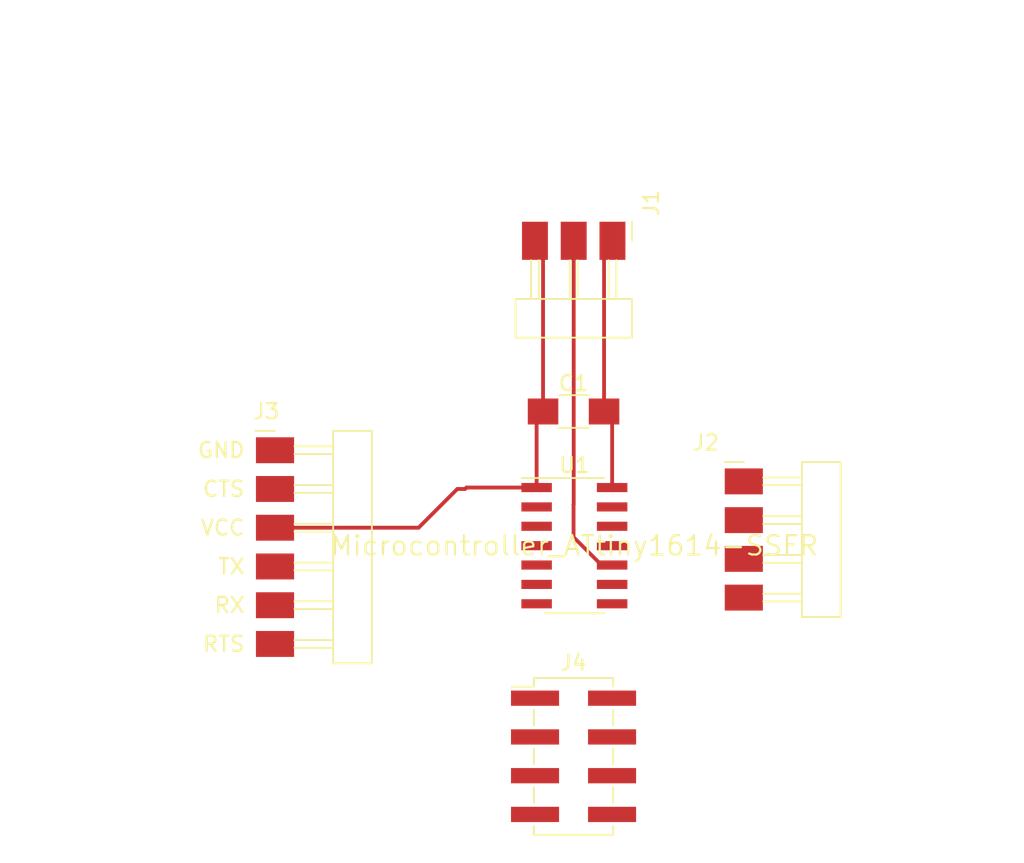
<source format=kicad_pcb>
(kicad_pcb (version 20211014) (generator pcbnew)
  (layers (0 "F.Cu" signal) (31 "B.Cu" signal) (34 "B.Paste" user) (35 "F.Paste" user) (36 "B.SilkS" user "B.Silkscreen") (37 "F.SilkS" user "F.Silkscreen") (38 "B.Mask" user) (39 "F.Mask" user) (44 "Edge.Cuts" user))
  (net 0 "")
  (net 1 "Net-(J2-Pad3)")
  (net 2 "Net-(J2-Pad4)")
  (net 4 "Net-(J3-Pad4)")
  (net 5 "Net-(J3-Pad5)")
  (net 7 "Net-(J4-Pad3)")
  (net 8 "Net-(J4-Pad4)")
  (net 9 "Net-(J4-Pad5)")
  (net 10 "Net-(J4-Pad6)")
  (net 11 "Net-(J4-Pad7)")
  (net 15 "Net-(J1-Pad2)")
  (net 16 "Net-(J1-Pad3)")
  (net 17 "Net-(C1-Pad2)")
  (footprint "fab:SOIC-14_3.9x8.7mm_P1.27mm" (layer "F.Cu") (at 150.676 90.838)
    (fp_text reference "U1" (at 0 -5.28) (layer "F.SilkS"))
    (fp_text value "Microcontroller_ATtiny1614-SSFR" (at 0 0) (layer "F.SilkS") (effects (font (size 1.27 1.27))))
    (fp_line (start 0 4.435) (end 1.95 4.435) (layer "F.SilkS") (width 0.12))
    (fp_line (start 0 -4.435) (end -3.45 -4.435) (layer "F.SilkS") (width 0.12))
    (fp_line (start 0 -4.435) (end 1.95 -4.435) (layer "F.SilkS") (width 0.12))
    (fp_line (start 0 4.435) (end -1.95 4.435) (layer "F.SilkS") (width 0.12))
    (pad "1" smd rect (at -2.475 -3.81) (size 2 0.6) (layers "F.Cu" "F.Paste" "F.Mask") (net 16 "Net-(J1-Pad3)"))
    (pad "2" smd rect (at -2.475 -2.54) (size 2 0.6) (layers "F.Cu" "F.Paste" "F.Mask") (net 7 "Net-(J4-Pad3)"))
    (pad "3" smd rect (at -2.475 -1.27) (size 2 0.6) (layers "F.Cu" "F.Paste" "F.Mask") (net 8 "Net-(J4-Pad4)"))
    (pad "4" smd rect (at -2.475 0) (size 2 0.6) (layers "F.Cu" "F.Paste" "F.Mask"))
    (pad "5" smd rect (at -2.475 1.27) (size 2 0.6) (layers "F.Cu" "F.Paste" "F.Mask"))
    (pad "6" smd rect (at -2.475 2.54) (size 2 0.6) (layers "F.Cu" "F.Paste" "F.Mask") (net 5 "Net-(J3-Pad5)"))
    (pad "7" smd rect (at -2.475 3.81) (size 2 0.6) (layers "F.Cu" "F.Paste" "F.Mask") (net 4 "Net-(J3-Pad4)"))
    (pad "8" smd rect (at 2.475 3.81) (size 2 0.6) (layers "F.Cu" "F.Paste" "F.Mask") (net 2 "Net-(J2-Pad4)"))
    (pad "9" smd rect (at 2.475 2.54) (size 2 0.6) (layers "F.Cu" "F.Paste" "F.Mask") (net 1 "Net-(J2-Pad3)"))
    (pad "10" smd rect (at 2.475 1.27) (size 2 0.6) (layers "F.Cu" "F.Paste" "F.Mask") (net 15 "Net-(J1-Pad2)"))
    (pad "11" smd rect (at 2.475 0) (size 2 0.6) (layers "F.Cu" "F.Paste" "F.Mask") (net 10 "Net-(J4-Pad6)"))
    (pad "12" smd rect (at 2.475 -1.27) (size 2 0.6) (layers "F.Cu" "F.Paste" "F.Mask") (net 11 "Net-(J4-Pad7)"))
    (pad "13" smd rect (at 2.475 -2.54) (size 2 0.6) (layers "F.Cu" "F.Paste" "F.Mask") (net 9 "Net-(J4-Pad5)"))
    (pad "14" smd rect (at 2.475 -3.81) (size 2 0.6) (layers "F.Cu" "F.Paste" "F.Mask") (net 17 "Net-(C1-Pad2)"))
  )
  (footprint "fab:PinHeader_FTDI_01x06_P2.54mm_Horizontal_SMD" (layer "F.Cu") (at 131.05 84.582)
    (fp_text reference "J3" (at -1.524 -2.54 180) (layer "F.SilkS") (effects (justify left)))
    (fp_text value "Conn_PinHeader_FTDI_1x06_P2.54mm_Horizontal_SMD")
    (fp_text user "RX" (at -1.905 10.16) (layer "F.SilkS") (effects (justify right)))
    (fp_text user "CTS" (at -1.905 2.54) (layer "F.SilkS") (effects (justify right)))
    (fp_text user "TX" (at -1.905 7.62) (layer "F.SilkS") (effects (justify right)))
    (fp_text user "VCC" (at -1.905 5.08) (layer "F.SilkS") (effects (justify right)))
    (fp_text user "RTS" (at -1.905 12.7) (layer "F.SilkS") (effects (justify right)))
    (fp_text user "GND" (at -1.905 0) (layer "F.SilkS") (effects (justify right)))
    (fp_line (start 3.81 0.254) (end 1.27 0.254) (layer "F.SilkS") (width 0.12))
    (fp_line (start -1.27 -1.27) (end 0 -1.27) (layer "F.SilkS") (width 0.12))
    (fp_line (start 6.35 13.97) (end 3.81 13.97) (layer "F.SilkS") (width 0.12))
    (fp_line (start 3.81 4.826) (end 1.27 4.826) (layer "F.SilkS") (width 0.12))
    (fp_line (start 6.35 -1.27) (end 6.35 13.97) (layer "F.SilkS") (width 0.12))
    (fp_line (start 3.81 2.794) (end 1.27 2.794) (layer "F.SilkS") (width 0.12))
    (fp_line (start 3.81 -1.27) (end 6.35 -1.27) (layer "F.SilkS") (width 0.12))
    (fp_line (start 3.81 7.366) (end 1.27 7.366) (layer "F.SilkS") (width 0.12))
    (fp_line (start 3.81 2.286) (end 1.27 2.286) (layer "F.SilkS") (width 0.12))
    (fp_line (start 3.81 -0.254) (end 1.27 -0.254) (layer "F.SilkS") (width 0.12))
    (fp_line (start 3.81 12.446) (end 1.27 12.446) (layer "F.SilkS") (width 0.12))
    (fp_line (start 3.81 5.334) (end 1.27 5.334) (layer "F.SilkS") (width 0.12))
    (fp_line (start 3.81 9.906) (end 1.27 9.906) (layer "F.SilkS") (width 0.12))
    (fp_line (start 3.81 10.414) (end 1.27 10.414) (layer "F.SilkS") (width 0.12))
    (fp_line (start 3.81 13.97) (end 3.81 -1.27) (layer "F.SilkS") (width 0.12))
    (fp_line (start 3.81 12.954) (end 1.27 12.954) (layer "F.SilkS") (width 0.12))
    (fp_line (start 3.81 7.874) (end 1.27 7.874) (layer "F.SilkS") (width 0.12))
    (pad "1" smd rect locked (at 0 0) (size 2.5 1.7) (layers "F.Cu" "F.Paste" "F.Mask") (net 17 "Net-(C1-Pad2)"))
    (pad "2" smd rect locked (at 0 2.54) (size 2.5 1.7) (layers "F.Cu" "F.Paste" "F.Mask"))
    (pad "3" smd rect locked (at 0 5.08) (size 2.5 1.7) (layers "F.Cu" "F.Paste" "F.Mask") (net 16 "Net-(J1-Pad3)"))
    (pad "4" smd rect locked (at 0 7.62) (size 2.5 1.7) (layers "F.Cu" "F.Paste" "F.Mask") (net 4 "Net-(J3-Pad4)"))
    (pad "5" smd rect locked (at 0 10.16) (size 2.5 1.7) (layers "F.Cu" "F.Paste" "F.Mask") (net 5 "Net-(J3-Pad5)"))
    (pad "6" smd rect locked (at 0 12.7) (size 2.5 1.7) (layers "F.Cu" "F.Paste" "F.Mask"))
  )
  (footprint "fab:C_1206" (layer "F.Cu") (at 150.622 82.042)
    (fp_text reference "C1" (at 0 -1.85) (layer "F.SilkS"))
    (fp_text value "C")
    (fp_line (start -1 -1.07) (end 1 -1.07) (layer "F.SilkS") (width 0.12))
    (fp_line (start 1 1.07) (end -1 1.07) (layer "F.SilkS") (width 0.12))
    (pad "1" smd rect locked (at -2 0) (size 2 1.7) (layers "F.Cu" "F.Paste" "F.Mask") (net 16 "Net-(J1-Pad3)"))
    (pad "2" smd rect locked (at 2 0) (size 2 1.7) (layers "F.Cu" "F.Paste" "F.Mask") (net 17 "Net-(C1-Pad2)"))
  )
  (footprint "fab:PinHeader_2x04_P2.54mm_Vertical_SMD" (layer "F.Cu") (at 150.622 104.648)
    (fp_text reference "J4" (at 0 -6.14) (layer "F.SilkS"))
    (fp_text value "Conn_PinHeader_2x04_P2.54mm_Vertical_SMD")
    (fp_line (start -2.6 -5.14) (end 2.6 -5.14) (layer "F.SilkS") (width 0.12))
    (fp_line (start 2.6 -0.51) (end 2.6 0.51) (layer "F.SilkS") (width 0.12))
    (fp_line (start -2.6 4.57) (end -2.6 5.14) (layer "F.SilkS") (width 0.12))
    (fp_line (start -2.6 -3.05) (end -2.6 -2.03) (layer "F.SilkS") (width 0.12))
    (fp_line (start 2.6 -5.14) (end 2.6 -4.57) (layer "F.SilkS") (width 0.12))
    (fp_line (start 2.6 2.03) (end 2.6 3.05) (layer "F.SilkS") (width 0.12))
    (fp_line (start -2.6 -5.14) (end -2.6 -4.57) (layer "F.SilkS") (width 0.12))
    (fp_line (start -4.04 -4.57) (end -2.6 -4.57) (layer "F.SilkS") (width 0.12))
    (fp_line (start -2.6 5.14) (end 2.6 5.14) (layer "F.SilkS") (width 0.12))
    (fp_line (start 2.6 -3.05) (end 2.6 -2.03) (layer "F.SilkS") (width 0.12))
    (fp_line (start -2.6 2.03) (end -2.6 3.05) (layer "F.SilkS") (width 0.12))
    (fp_line (start 2.6 4.57) (end 2.6 5.14) (layer "F.SilkS") (width 0.12))
    (fp_line (start -2.6 -0.51) (end -2.6 0.51) (layer "F.SilkS") (width 0.12))
    (pad "1" smd rect locked (at -2.525 -3.81) (size 3.15 1) (layers "F.Cu" "F.Paste" "F.Mask") (net 16 "Net-(J1-Pad3)"))
    (pad "2" smd rect locked (at 2.525 -3.81) (size 3.15 1) (layers "F.Cu" "F.Paste" "F.Mask") (net 17 "Net-(C1-Pad2)"))
    (pad "3" smd rect locked (at -2.525 -1.27) (size 3.15 1) (layers "F.Cu" "F.Paste" "F.Mask") (net 7 "Net-(J4-Pad3)"))
    (pad "4" smd rect locked (at 2.525 -1.27) (size 3.15 1) (layers "F.Cu" "F.Paste" "F.Mask") (net 8 "Net-(J4-Pad4)"))
    (pad "5" smd rect locked (at -2.525 1.27) (size 3.15 1) (layers "F.Cu" "F.Paste" "F.Mask") (net 9 "Net-(J4-Pad5)"))
    (pad "6" smd rect locked (at 2.525 1.27) (size 3.15 1) (layers "F.Cu" "F.Paste" "F.Mask") (net 10 "Net-(J4-Pad6)"))
    (pad "7" smd rect locked (at -2.525 3.81) (size 3.15 1) (layers "F.Cu" "F.Paste" "F.Mask") (net 11 "Net-(J4-Pad7)"))
    (pad "8" smd rect locked (at 2.525 3.81) (size 3.15 1) (layers "F.Cu" "F.Paste" "F.Mask"))
  )
  (footprint "fab:PinHeader_1x04_P2.54mm_Horizontal_SMD" (layer "F.Cu") (at 161.784 86.624)
    (fp_text reference "J2" (at -1.524 -2.54) (layer "F.SilkS") (effects (justify right)))
    (fp_text value "Conn_PinHeader_1x04_P2.54mm_Horizontal_SMD")
    (fp_line (start 3.81 0.254) (end 1.27 0.254) (layer "F.SilkS") (width 0.12))
    (fp_line (start -1.27 -1.27) (end 0 -1.27) (layer "F.SilkS") (width 0.12))
    (fp_line (start 3.81 -0.254) (end 1.27 -0.254) (layer "F.SilkS") (width 0.12))
    (fp_line (start 3.81 4.826) (end 1.27 4.826) (layer "F.SilkS") (width 0.12))
    (fp_line (start 3.81 7.874) (end 1.27 7.874) (layer "F.SilkS") (width 0.12))
    (fp_line (start 3.81 2.794) (end 1.27 2.794) (layer "F.SilkS") (width 0.12))
    (fp_line (start 6.35 -1.27) (end 6.35 8.89) (layer "F.SilkS") (width 0.12))
    (fp_line (start 3.81 2.286) (end 1.27 2.286) (layer "F.SilkS") (width 0.12))
    (fp_line (start 3.81 5.334) (end 1.27 5.334) (layer "F.SilkS") (width 0.12))
    (fp_line (start 3.81 -1.27) (end 6.35 -1.27) (layer "F.SilkS") (width 0.12))
    (fp_line (start 3.81 8.89) (end 3.81 -1.27) (layer "F.SilkS") (width 0.12))
    (fp_line (start 3.81 7.366) (end 1.27 7.366) (layer "F.SilkS") (width 0.12))
    (fp_line (start 6.35 8.89) (end 3.81 8.89) (layer "F.SilkS") (width 0.12))
    (pad "1" smd rect locked (at 0 0) (size 2.5 1.7) (layers "F.Cu" "F.Paste" "F.Mask") (net 17 "Net-(C1-Pad2)"))
    (pad "2" smd rect locked (at 0 2.54) (size 2.5 1.7) (layers "F.Cu" "F.Paste" "F.Mask") (net 16 "Net-(J1-Pad3)"))
    (pad "3" smd rect locked (at 0 5.08) (size 2.5 1.7) (layers "F.Cu" "F.Paste" "F.Mask") (net 1 "Net-(J2-Pad3)"))
    (pad "4" smd rect locked (at 0 7.62) (size 2.5 1.7) (layers "F.Cu" "F.Paste" "F.Mask") (net 2 "Net-(J2-Pad4)"))
  )
  (footprint "fab:PinHeader_1x03_P2.54mm_Horizontal_SMD" (layer "F.Cu") (at 153.172 70.852 -90)
    (fp_text reference "J1" (at -1.524 -2.54 90) (layer "F.SilkS") (effects (justify left)))
    (fp_text value "Conn_PinHeader_1x03_P2.54mm_Horizontal_SMD")
    (fp_line (start 3.81 2.286) (end 1.27 2.286) (layer "F.SilkS") (width 0.12))
    (fp_line (start -1.27 -1.27) (end 0 -1.27) (layer "F.SilkS") (width 0.12))
    (fp_line (start 6.35 -1.27) (end 6.35 6.35) (layer "F.SilkS") (width 0.12))
    (fp_line (start 3.81 -0.254) (end 1.27 -0.254) (layer "F.SilkS") (width 0.12))
    (fp_line (start 3.81 2.794) (end 1.27 2.794) (layer "F.SilkS") (width 0.12))
    (fp_line (start 3.81 6.35) (end 3.81 -1.27) (layer "F.SilkS") (width 0.12))
    (fp_line (start 3.81 5.334) (end 1.27 5.334) (layer "F.SilkS") (width 0.12))
    (fp_line (start 6.35 6.35) (end 3.81 6.35) (layer "F.SilkS") (width 0.12))
    (fp_line (start 3.81 4.826) (end 1.27 4.826) (layer "F.SilkS") (width 0.12))
    (fp_line (start 3.81 -1.27) (end 6.35 -1.27) (layer "F.SilkS") (width 0.12))
    (fp_line (start 3.81 0.254) (end 1.27 0.254) (layer "F.SilkS") (width 0.12))
    (pad "1" smd rect locked (at 0 0 270) (size 2.5 1.7) (layers "F.Cu" "F.Paste" "F.Mask") (net 17 "Net-(C1-Pad2)"))
    (pad "2" smd rect locked (at 0 2.54 270) (size 2.5 1.7) (layers "F.Cu" "F.Paste" "F.Mask") (net 15 "Net-(J1-Pad2)"))
    (pad "3" smd rect locked (at 0 5.08 270) (size 2.5 1.7) (layers "F.Cu" "F.Paste" "F.Mask") (net 16 "Net-(J1-Pad3)"))
  )
  (segment (start 150.622 88.138) (end 150.632 88.128) (width 0.25) (layer "F.Cu") (net 15))
  (segment (start 150.632 88.128) (end 150.632 70.852) (width 0.25) (layer "F.Cu") (net 15))
  (segment (start 150.622 90.279) (end 150.622 88.138) (width 0.25) (layer "F.Cu") (net 15))
  (segment (start 153.151 92.108) (end 152.451 92.108) (width 0.25) (layer "F.Cu") (net 15))
  (segment (start 152.451 92.108) (end 150.622 90.279) (width 0.25) (layer "F.Cu") (net 15))
  (segment (start 143.51 87.122) (end 143.604 87.028) (width 0.25) (layer "F.Cu") (net 16))
  (segment (start 148.622 82.042) (end 148.622 71.382) (width 0.25) (layer "F.Cu") (net 16))
  (segment (start 148.622 71.382) (end 148.092 70.852) (width 0.25) (layer "F.Cu") (net 16))
  (segment (start 143.604 87.028) (end 148.201 87.028) (width 0.25) (layer "F.Cu") (net 16))
  (segment (start 140.462 89.662) (end 143.002 87.122) (width 0.25) (layer "F.Cu") (net 16))
  (segment (start 131.05 89.662) (end 140.462 89.662) (width 0.25) (layer "F.Cu") (net 16))
  (segment (start 148.201 87.028) (end 148.201 82.463) (width 0.25) (layer "F.Cu") (net 16))
  (segment (start 148.201 82.463) (end 148.622 82.042) (width 0.25) (layer "F.Cu") (net 16))
  (segment (start 143.002 87.122) (end 143.51 87.122) (width 0.25) (layer "F.Cu") (net 16))
  (segment (start 152.622 71.402) (end 153.172 70.852) (width 0.25) (layer "F.Cu") (net 17))
  (segment (start 153.151 82.571) (end 152.622 82.042) (width 0.25) (layer "F.Cu") (net 17))
  (segment (start 152.622 82.042) (end 152.622 71.402) (width 0.25) (layer "F.Cu") (net 17))
  (segment (start 153.151 87.028) (end 153.151 82.571) (width 0.25) (layer "F.Cu") (net 17))
)
</source>
